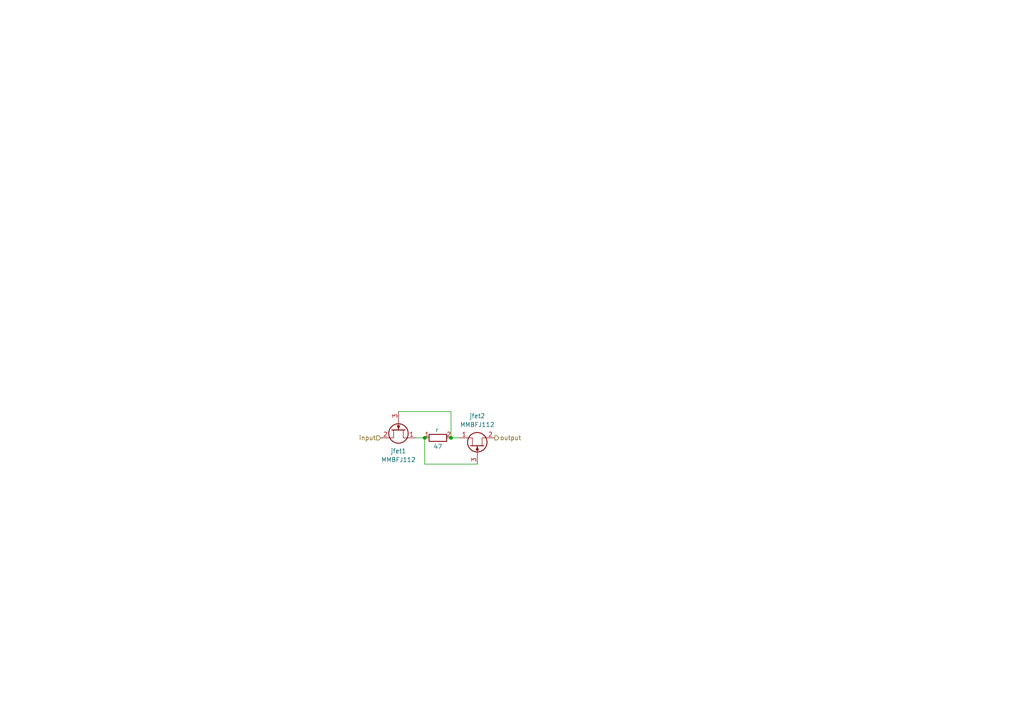
<source format=kicad_sch>
(kicad_sch (version 20231120) (generator "eeschema") (generator_version "8.0")
  (paper "A4")
  (lib_symbols
    (symbol "Device:R" (pin_names (offset 0))
      (property "Reference" "R" (at 2.032 0 90))
      (property "Value" "R" (at 0 0 90))
      (symbol "R_0_1"
        (rectangle (start -1.016 -2.54) (end 1.016 2.54) (stroke (width 0.254)))
      )
      (symbol "R_1_1"
        (pin passive line (at 0 3.81 270) (length 1.27) (name "~") (number "1"))
        (pin passive line (at 0 -3.81 90) (length 1.27) (name "~") (number "2"))
      )
    )
    (symbol "Transistor_FET:MMBFJ112" (pin_names hide)
      (property "Reference" "Q" (at 5.08 1.905 0))
      (property "Value" "MMBFJ112" (at 5.08 0 0))
      (symbol "MMBFJ112_0_1"
        (polyline (pts (xy 0.254 0) (xy -2.54 0)))
        (polyline (pts (xy 0.254 1.905) (xy 0.254 -1.905)) (stroke (width 0.254)))
        (polyline (pts (xy 2.54 -2.54) (xy 2.54 -1.397) (xy 0.254 -1.397)))
        (polyline (pts (xy 2.54 2.54) (xy 2.54 1.397) (xy 0.254 1.397)))
        (polyline (pts (xy 0 0) (xy -1.016 0.381) (xy -1.016 -0.381) (xy 0 0)) (fill (type outline)))
        (circle (center 1.27 0) (radius 2.8194) (stroke (width 0.254)))
      )
      (symbol "MMBFJ112_1_1"
        (pin passive line (at 2.54 5.08 270) (length 2.54) (name "D") (number "1"))
        (pin passive line (at 2.54 -5.08 90) (length 2.54) (name "S") (number "2"))
        (pin input line (at -5.08 0 0) (length 2.54) (name "G") (number "3"))
      )
    )
  )
  (junction (at 123.19 127))
  (junction (at 130.81 127))
  (wire (pts (xy 123.19 134.62) (xy 138.43 134.62)))
  (wire (pts (xy 115.57 119.38) (xy 130.81 119.38)))
  (wire (pts (xy 130.81 127) (xy 133.35 127)))
  (wire (pts (xy 120.65 127) (xy 123.19 127)))
  (wire (pts (xy 130.81 119.38) (xy 130.81 127)))
  (wire (pts (xy 123.19 127) (xy 123.19 134.62)))
  (hierarchical_label "input" (shape input) (at 110.49 127 180))
  (hierarchical_label "output" (shape output) (at 143.51 127 0))
  (symbol (lib_id "Transistor_FET:MMBFJ112") (at 115.57 124.46 270) (unit 1)
    (property "Reference" "jfet1" (at 115.57 130.81 90))
    (property "Value" "MMBFJ112" (at 115.57 133.35 90))
    (property "Footprint" "Package_TO_SOT_SMD:SOT-23" (effects (hide yes)))
    (property "Datasheet" "https://www.onsemi.com/pub/Collateral/MMBFJ113-D.PDF" (effects (hide yes)))
    (property "Description" "5mA min, 35V, 50mOhm max, 1-5V Vgs(off), N-Channel JFET, SOT-23" (effects (hide yes)))
    (property "edg_blackbox" "KiCadJlcBlackbox" (effects (hide yes)))
    (property "JLCPCB Part #" "C258195" (effects (hide yes)))
  )
  (symbol (lib_id "Transistor_FET:MMBFJ112") (at 138.43 129.54 90) (unit 1)
    (property "Reference" "jfet2" (at 138.43 120.65 90))
    (property "Value" "MMBFJ112" (at 138.43 123.19 90))
    (property "Footprint" "Package_TO_SOT_SMD:SOT-23" (effects (hide yes)))
    (property "Datasheet" "https://www.onsemi.com/pub/Collateral/MMBFJ113-D.PDF" (effects (hide yes)))
    (property "Description" "5mA min, 35V, 50mOhm max, 1-5V Vgs(off), N-Channel JFET, SOT-23" (effects (hide yes)))
    (property "edg_blackbox" "KiCadJlcBlackbox" (effects (hide yes)))
    (property "JLCPCB Part #" "C258195" (effects (hide yes)))
  )
  (symbol (lib_id "Device:R") (at 127 127 90) (unit 1)
    (property "Reference" "r" (at 126.746 124.714 90))
    (property "Value" "47" (at 127 129.54 90))
  )
)
</source>
